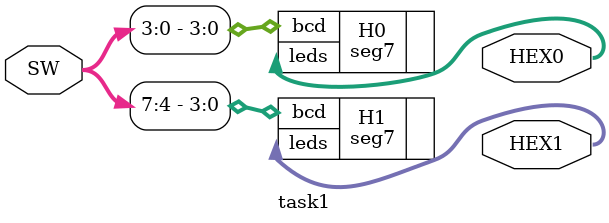
<source format=sv>
module task1 (
    output logic [6:0] HEX0, HEX1,
    input logic [7:0] SW
);

seg7 H0 (.bcd(SW[3:0]), .leds(HEX0));
seg7 H1 (.bcd(SW[7:4]), .leds(HEX1));
    
endmodule
</source>
